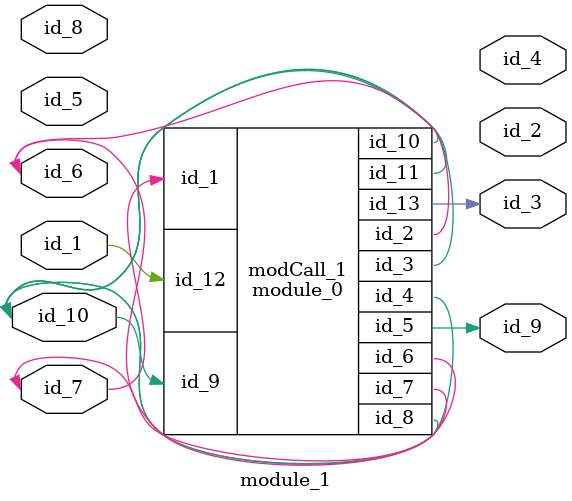
<source format=v>
module module_0 (
    id_1,
    id_2,
    id_3,
    id_4,
    id_5,
    id_6,
    id_7,
    id_8,
    id_9,
    id_10,
    id_11,
    id_12,
    id_13
);
  output wire id_13;
  input wire id_12;
  output wire id_11;
  output wire id_10;
  input wire id_9;
  output wire id_8;
  inout wire id_7;
  inout wire id_6;
  output wire id_5;
  inout wire id_4;
  output wire id_3;
  output wire id_2;
  input wire id_1;
endmodule
module module_1 (
    id_1,
    id_2,
    id_3,
    id_4,
    id_5,
    id_6,
    id_7,
    id_8,
    id_9,
    id_10
);
  inout wire id_10;
  output wire id_9;
  inout wire id_8;
  inout wire id_7;
  inout wire id_6;
  input wire id_5;
  output wire id_4;
  output wire id_3;
  output wire id_2;
  input wire id_1;
  module_0 modCall_1 (
      id_7,
      id_6,
      id_10,
      id_10,
      id_9,
      id_6,
      id_7,
      id_10,
      id_10,
      id_10,
      id_10,
      id_1,
      id_3
  );
endmodule

</source>
